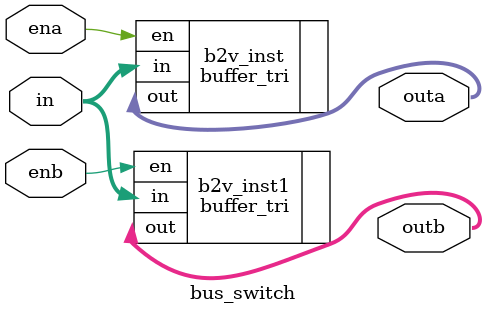
<source format=v>


module bus_switch(
	ena,
	enb,
	in,
	outa,
	outb
);


input wire	ena;
input wire	enb;
input wire	[31:0] in;
output wire	[31:0] outa;
output wire	[31:0] outb;






buffer_tri	b2v_inst(
	.en(ena),
	.in(in),
	.out(outa));
	defparam	b2v_inst.BUS_WIDTH = 32;


buffer_tri	b2v_inst1(
	.en(enb),
	.in(in),
	.out(outb));
	defparam	b2v_inst1.BUS_WIDTH = 32;


endmodule

</source>
